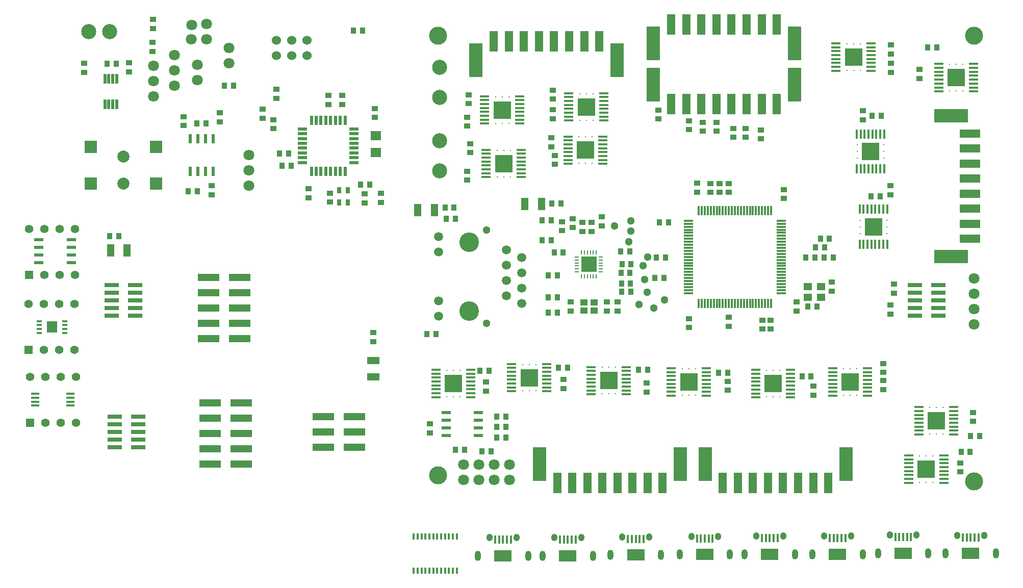
<source format=gts>
G04 #@! TF.GenerationSoftware,KiCad,Pcbnew,5.1.5-52549c5~86~ubuntu18.04.1*
G04 #@! TF.CreationDate,2020-12-07T22:29:05-08:00*
G04 #@! TF.ProjectId,multiple_PCBs,6d756c74-6970-46c6-955f-504342732e6b,rev?*
G04 #@! TF.SameCoordinates,Original*
G04 #@! TF.FileFunction,Soldermask,Top*
G04 #@! TF.FilePolarity,Negative*
%FSLAX46Y46*%
G04 Gerber Fmt 4.6, Leading zero omitted, Abs format (unit mm)*
G04 Created by KiCad (PCBNEW 5.1.5-52549c5~86~ubuntu18.04.1) date 2020-12-07 22:29:05*
%MOMM*%
%LPD*%
G04 APERTURE LIST*
%ADD10R,1.397000X1.397000*%
%ADD11C,1.397000*%
%ADD12R,1.550000X0.600000*%
%ADD13R,1.450000X0.450000*%
%ADD14R,1.680000X1.880000*%
%ADD15R,0.890000X0.420000*%
%ADD16R,2.400000X0.760000*%
%ADD17R,3.560000X1.270000*%
%ADD18R,1.250000X2.000000*%
%ADD19R,2.000000X1.250000*%
%ADD20R,0.899160X1.000760*%
%ADD21R,1.000760X0.899160*%
%ADD22C,1.800000*%
%ADD23C,0.050000*%
%ADD24R,1.000000X0.900000*%
%ADD25R,0.900000X1.000000*%
%ADD26C,2.500000*%
%ADD27R,0.600000X1.550000*%
%ADD28R,1.800860X1.597660*%
%ADD29C,1.998980*%
%ADD30R,1.998980X1.998980*%
%ADD31C,1.524000*%
%ADD32R,0.550000X1.600000*%
%ADD33R,1.600000X0.550000*%
%ADD34R,0.800000X1.000000*%
%ADD35C,0.300000*%
%ADD36R,1.500000X0.450000*%
%ADD37R,3.000000X3.000000*%
%ADD38R,0.450000X1.500000*%
%ADD39C,1.300000*%
%ADD40C,3.000000*%
%ADD41R,2.499360X2.499360*%
%ADD42O,0.800100X0.248920*%
%ADD43O,0.248920X0.800100*%
%ADD44C,1.500000*%
%ADD45C,3.250000*%
%ADD46R,1.400000X1.200000*%
%ADD47R,1.200000X1.100000*%
%ADD48R,1.500000X0.300000*%
%ADD49R,0.300000X1.500000*%
%ADD50R,1.400000X3.400000*%
%ADD51R,2.300000X5.600000*%
%ADD52R,3.400000X1.400000*%
%ADD53R,5.600000X2.300000*%
%ADD54O,1.000000X1.700000*%
%ADD55O,1.050000X1.250000*%
%ADD56R,0.400000X1.350000*%
%ADD57R,2.900000X1.900000*%
%ADD58R,0.400000X1.100000*%
G04 APERTURE END LIST*
D10*
X140090000Y-103710000D03*
D11*
X142630000Y-103710000D03*
X145170000Y-103710000D03*
X147710000Y-103710000D03*
X147710000Y-96090000D03*
X145170000Y-96090000D03*
X142630000Y-96090000D03*
X140090000Y-96090000D03*
D10*
X140208000Y-128270000D03*
D11*
X142748000Y-128270000D03*
X145288000Y-128270000D03*
X147828000Y-128270000D03*
X147828000Y-120650000D03*
X145288000Y-120650000D03*
X142748000Y-120650000D03*
X140208000Y-120650000D03*
D10*
X139990000Y-116210000D03*
D11*
X142530000Y-116210000D03*
X145070000Y-116210000D03*
X147610000Y-116210000D03*
X147610000Y-108590000D03*
X145070000Y-108590000D03*
X142530000Y-108590000D03*
X139990000Y-108590000D03*
D12*
X141700000Y-97895000D03*
X141700000Y-99165000D03*
X141700000Y-100435000D03*
X141700000Y-101705000D03*
X147100000Y-101705000D03*
X147100000Y-100435000D03*
X147100000Y-99165000D03*
X147100000Y-97895000D03*
D13*
X146968000Y-123485000D03*
X146968000Y-124135000D03*
X146968000Y-124785000D03*
X146968000Y-125435000D03*
X141068000Y-125435000D03*
X141068000Y-124785000D03*
X141068000Y-124135000D03*
X141068000Y-123485000D03*
D14*
X143900000Y-112400000D03*
D15*
X146005000Y-111425000D03*
X146005000Y-112075000D03*
X146005000Y-112725000D03*
X146005000Y-113375000D03*
X141795000Y-113375000D03*
X141795000Y-112725000D03*
X141795000Y-112075000D03*
X141795000Y-111425000D03*
D16*
X157652000Y-109220000D03*
X157652000Y-110490000D03*
X153752000Y-110490000D03*
X153752000Y-109220000D03*
X153752000Y-105410000D03*
X153752000Y-106680000D03*
X153752000Y-107950000D03*
X157652000Y-107950000D03*
X157652000Y-106680000D03*
X157652000Y-105410000D03*
X158160000Y-127254000D03*
X158160000Y-128524000D03*
X158160000Y-129794000D03*
X154260000Y-129794000D03*
X154260000Y-128524000D03*
X154260000Y-127254000D03*
X154260000Y-131064000D03*
X154260000Y-132334000D03*
X158160000Y-132334000D03*
X158160000Y-131064000D03*
D17*
X175325000Y-124968000D03*
X175325000Y-127508000D03*
X175325000Y-130048000D03*
X170115000Y-130048000D03*
X170115000Y-127508000D03*
X170115000Y-124968000D03*
X170115000Y-132608000D03*
X170115000Y-135148000D03*
X175325000Y-135148000D03*
X175325000Y-132608000D03*
X175071000Y-111780000D03*
X175071000Y-114320000D03*
X169861000Y-114320000D03*
X169861000Y-111780000D03*
X169861000Y-104140000D03*
X169861000Y-106680000D03*
X169861000Y-109220000D03*
X175071000Y-109220000D03*
X175071000Y-106680000D03*
X175071000Y-104140000D03*
X194121000Y-132354000D03*
X188911000Y-132354000D03*
X188911000Y-127254000D03*
X188911000Y-129794000D03*
X194121000Y-129794000D03*
X194121000Y-127254000D03*
D18*
X153581000Y-99648000D03*
X156331000Y-99648000D03*
D19*
X197196000Y-117963000D03*
X197196000Y-120713000D03*
D20*
X153444160Y-97338000D03*
X154947840Y-97338000D03*
D21*
X197196000Y-114841680D03*
X197196000Y-113338000D03*
D22*
X167113000Y-62229000D03*
X166970000Y-64626000D03*
X169510000Y-64626000D03*
X169510000Y-62086000D03*
D23*
G36*
X152802252Y-74596602D02*
G01*
X152814386Y-74598402D01*
X152826286Y-74601382D01*
X152837835Y-74605515D01*
X152848925Y-74610760D01*
X152859446Y-74617066D01*
X152869299Y-74624374D01*
X152878388Y-74632612D01*
X152886626Y-74641701D01*
X152893934Y-74651554D01*
X152900240Y-74662075D01*
X152905485Y-74673165D01*
X152909618Y-74684714D01*
X152912598Y-74696614D01*
X152914398Y-74708748D01*
X152915000Y-74721000D01*
X152915000Y-76096000D01*
X152914398Y-76108252D01*
X152912598Y-76120386D01*
X152909618Y-76132286D01*
X152905485Y-76143835D01*
X152900240Y-76154925D01*
X152893934Y-76165446D01*
X152886626Y-76175299D01*
X152878388Y-76184388D01*
X152869299Y-76192626D01*
X152859446Y-76199934D01*
X152848925Y-76206240D01*
X152837835Y-76211485D01*
X152826286Y-76215618D01*
X152814386Y-76218598D01*
X152802252Y-76220398D01*
X152790000Y-76221000D01*
X152540000Y-76221000D01*
X152527748Y-76220398D01*
X152515614Y-76218598D01*
X152503714Y-76215618D01*
X152492165Y-76211485D01*
X152481075Y-76206240D01*
X152470554Y-76199934D01*
X152460701Y-76192626D01*
X152451612Y-76184388D01*
X152443374Y-76175299D01*
X152436066Y-76165446D01*
X152429760Y-76154925D01*
X152424515Y-76143835D01*
X152420382Y-76132286D01*
X152417402Y-76120386D01*
X152415602Y-76108252D01*
X152415000Y-76096000D01*
X152415000Y-74721000D01*
X152415602Y-74708748D01*
X152417402Y-74696614D01*
X152420382Y-74684714D01*
X152424515Y-74673165D01*
X152429760Y-74662075D01*
X152436066Y-74651554D01*
X152443374Y-74641701D01*
X152451612Y-74632612D01*
X152460701Y-74624374D01*
X152470554Y-74617066D01*
X152481075Y-74610760D01*
X152492165Y-74605515D01*
X152503714Y-74601382D01*
X152515614Y-74598402D01*
X152527748Y-74596602D01*
X152540000Y-74596000D01*
X152790000Y-74596000D01*
X152802252Y-74596602D01*
G37*
G36*
X153452252Y-74596602D02*
G01*
X153464386Y-74598402D01*
X153476286Y-74601382D01*
X153487835Y-74605515D01*
X153498925Y-74610760D01*
X153509446Y-74617066D01*
X153519299Y-74624374D01*
X153528388Y-74632612D01*
X153536626Y-74641701D01*
X153543934Y-74651554D01*
X153550240Y-74662075D01*
X153555485Y-74673165D01*
X153559618Y-74684714D01*
X153562598Y-74696614D01*
X153564398Y-74708748D01*
X153565000Y-74721000D01*
X153565000Y-76096000D01*
X153564398Y-76108252D01*
X153562598Y-76120386D01*
X153559618Y-76132286D01*
X153555485Y-76143835D01*
X153550240Y-76154925D01*
X153543934Y-76165446D01*
X153536626Y-76175299D01*
X153528388Y-76184388D01*
X153519299Y-76192626D01*
X153509446Y-76199934D01*
X153498925Y-76206240D01*
X153487835Y-76211485D01*
X153476286Y-76215618D01*
X153464386Y-76218598D01*
X153452252Y-76220398D01*
X153440000Y-76221000D01*
X153190000Y-76221000D01*
X153177748Y-76220398D01*
X153165614Y-76218598D01*
X153153714Y-76215618D01*
X153142165Y-76211485D01*
X153131075Y-76206240D01*
X153120554Y-76199934D01*
X153110701Y-76192626D01*
X153101612Y-76184388D01*
X153093374Y-76175299D01*
X153086066Y-76165446D01*
X153079760Y-76154925D01*
X153074515Y-76143835D01*
X153070382Y-76132286D01*
X153067402Y-76120386D01*
X153065602Y-76108252D01*
X153065000Y-76096000D01*
X153065000Y-74721000D01*
X153065602Y-74708748D01*
X153067402Y-74696614D01*
X153070382Y-74684714D01*
X153074515Y-74673165D01*
X153079760Y-74662075D01*
X153086066Y-74651554D01*
X153093374Y-74641701D01*
X153101612Y-74632612D01*
X153110701Y-74624374D01*
X153120554Y-74617066D01*
X153131075Y-74610760D01*
X153142165Y-74605515D01*
X153153714Y-74601382D01*
X153165614Y-74598402D01*
X153177748Y-74596602D01*
X153190000Y-74596000D01*
X153440000Y-74596000D01*
X153452252Y-74596602D01*
G37*
G36*
X154102252Y-74596602D02*
G01*
X154114386Y-74598402D01*
X154126286Y-74601382D01*
X154137835Y-74605515D01*
X154148925Y-74610760D01*
X154159446Y-74617066D01*
X154169299Y-74624374D01*
X154178388Y-74632612D01*
X154186626Y-74641701D01*
X154193934Y-74651554D01*
X154200240Y-74662075D01*
X154205485Y-74673165D01*
X154209618Y-74684714D01*
X154212598Y-74696614D01*
X154214398Y-74708748D01*
X154215000Y-74721000D01*
X154215000Y-76096000D01*
X154214398Y-76108252D01*
X154212598Y-76120386D01*
X154209618Y-76132286D01*
X154205485Y-76143835D01*
X154200240Y-76154925D01*
X154193934Y-76165446D01*
X154186626Y-76175299D01*
X154178388Y-76184388D01*
X154169299Y-76192626D01*
X154159446Y-76199934D01*
X154148925Y-76206240D01*
X154137835Y-76211485D01*
X154126286Y-76215618D01*
X154114386Y-76218598D01*
X154102252Y-76220398D01*
X154090000Y-76221000D01*
X153840000Y-76221000D01*
X153827748Y-76220398D01*
X153815614Y-76218598D01*
X153803714Y-76215618D01*
X153792165Y-76211485D01*
X153781075Y-76206240D01*
X153770554Y-76199934D01*
X153760701Y-76192626D01*
X153751612Y-76184388D01*
X153743374Y-76175299D01*
X153736066Y-76165446D01*
X153729760Y-76154925D01*
X153724515Y-76143835D01*
X153720382Y-76132286D01*
X153717402Y-76120386D01*
X153715602Y-76108252D01*
X153715000Y-76096000D01*
X153715000Y-74721000D01*
X153715602Y-74708748D01*
X153717402Y-74696614D01*
X153720382Y-74684714D01*
X153724515Y-74673165D01*
X153729760Y-74662075D01*
X153736066Y-74651554D01*
X153743374Y-74641701D01*
X153751612Y-74632612D01*
X153760701Y-74624374D01*
X153770554Y-74617066D01*
X153781075Y-74610760D01*
X153792165Y-74605515D01*
X153803714Y-74601382D01*
X153815614Y-74598402D01*
X153827748Y-74596602D01*
X153840000Y-74596000D01*
X154090000Y-74596000D01*
X154102252Y-74596602D01*
G37*
G36*
X154752252Y-74596602D02*
G01*
X154764386Y-74598402D01*
X154776286Y-74601382D01*
X154787835Y-74605515D01*
X154798925Y-74610760D01*
X154809446Y-74617066D01*
X154819299Y-74624374D01*
X154828388Y-74632612D01*
X154836626Y-74641701D01*
X154843934Y-74651554D01*
X154850240Y-74662075D01*
X154855485Y-74673165D01*
X154859618Y-74684714D01*
X154862598Y-74696614D01*
X154864398Y-74708748D01*
X154865000Y-74721000D01*
X154865000Y-76096000D01*
X154864398Y-76108252D01*
X154862598Y-76120386D01*
X154859618Y-76132286D01*
X154855485Y-76143835D01*
X154850240Y-76154925D01*
X154843934Y-76165446D01*
X154836626Y-76175299D01*
X154828388Y-76184388D01*
X154819299Y-76192626D01*
X154809446Y-76199934D01*
X154798925Y-76206240D01*
X154787835Y-76211485D01*
X154776286Y-76215618D01*
X154764386Y-76218598D01*
X154752252Y-76220398D01*
X154740000Y-76221000D01*
X154490000Y-76221000D01*
X154477748Y-76220398D01*
X154465614Y-76218598D01*
X154453714Y-76215618D01*
X154442165Y-76211485D01*
X154431075Y-76206240D01*
X154420554Y-76199934D01*
X154410701Y-76192626D01*
X154401612Y-76184388D01*
X154393374Y-76175299D01*
X154386066Y-76165446D01*
X154379760Y-76154925D01*
X154374515Y-76143835D01*
X154370382Y-76132286D01*
X154367402Y-76120386D01*
X154365602Y-76108252D01*
X154365000Y-76096000D01*
X154365000Y-74721000D01*
X154365602Y-74708748D01*
X154367402Y-74696614D01*
X154370382Y-74684714D01*
X154374515Y-74673165D01*
X154379760Y-74662075D01*
X154386066Y-74651554D01*
X154393374Y-74641701D01*
X154401612Y-74632612D01*
X154410701Y-74624374D01*
X154420554Y-74617066D01*
X154431075Y-74610760D01*
X154442165Y-74605515D01*
X154453714Y-74601382D01*
X154465614Y-74598402D01*
X154477748Y-74596602D01*
X154490000Y-74596000D01*
X154740000Y-74596000D01*
X154752252Y-74596602D01*
G37*
G36*
X154752252Y-70371602D02*
G01*
X154764386Y-70373402D01*
X154776286Y-70376382D01*
X154787835Y-70380515D01*
X154798925Y-70385760D01*
X154809446Y-70392066D01*
X154819299Y-70399374D01*
X154828388Y-70407612D01*
X154836626Y-70416701D01*
X154843934Y-70426554D01*
X154850240Y-70437075D01*
X154855485Y-70448165D01*
X154859618Y-70459714D01*
X154862598Y-70471614D01*
X154864398Y-70483748D01*
X154865000Y-70496000D01*
X154865000Y-71871000D01*
X154864398Y-71883252D01*
X154862598Y-71895386D01*
X154859618Y-71907286D01*
X154855485Y-71918835D01*
X154850240Y-71929925D01*
X154843934Y-71940446D01*
X154836626Y-71950299D01*
X154828388Y-71959388D01*
X154819299Y-71967626D01*
X154809446Y-71974934D01*
X154798925Y-71981240D01*
X154787835Y-71986485D01*
X154776286Y-71990618D01*
X154764386Y-71993598D01*
X154752252Y-71995398D01*
X154740000Y-71996000D01*
X154490000Y-71996000D01*
X154477748Y-71995398D01*
X154465614Y-71993598D01*
X154453714Y-71990618D01*
X154442165Y-71986485D01*
X154431075Y-71981240D01*
X154420554Y-71974934D01*
X154410701Y-71967626D01*
X154401612Y-71959388D01*
X154393374Y-71950299D01*
X154386066Y-71940446D01*
X154379760Y-71929925D01*
X154374515Y-71918835D01*
X154370382Y-71907286D01*
X154367402Y-71895386D01*
X154365602Y-71883252D01*
X154365000Y-71871000D01*
X154365000Y-70496000D01*
X154365602Y-70483748D01*
X154367402Y-70471614D01*
X154370382Y-70459714D01*
X154374515Y-70448165D01*
X154379760Y-70437075D01*
X154386066Y-70426554D01*
X154393374Y-70416701D01*
X154401612Y-70407612D01*
X154410701Y-70399374D01*
X154420554Y-70392066D01*
X154431075Y-70385760D01*
X154442165Y-70380515D01*
X154453714Y-70376382D01*
X154465614Y-70373402D01*
X154477748Y-70371602D01*
X154490000Y-70371000D01*
X154740000Y-70371000D01*
X154752252Y-70371602D01*
G37*
G36*
X154102252Y-70371602D02*
G01*
X154114386Y-70373402D01*
X154126286Y-70376382D01*
X154137835Y-70380515D01*
X154148925Y-70385760D01*
X154159446Y-70392066D01*
X154169299Y-70399374D01*
X154178388Y-70407612D01*
X154186626Y-70416701D01*
X154193934Y-70426554D01*
X154200240Y-70437075D01*
X154205485Y-70448165D01*
X154209618Y-70459714D01*
X154212598Y-70471614D01*
X154214398Y-70483748D01*
X154215000Y-70496000D01*
X154215000Y-71871000D01*
X154214398Y-71883252D01*
X154212598Y-71895386D01*
X154209618Y-71907286D01*
X154205485Y-71918835D01*
X154200240Y-71929925D01*
X154193934Y-71940446D01*
X154186626Y-71950299D01*
X154178388Y-71959388D01*
X154169299Y-71967626D01*
X154159446Y-71974934D01*
X154148925Y-71981240D01*
X154137835Y-71986485D01*
X154126286Y-71990618D01*
X154114386Y-71993598D01*
X154102252Y-71995398D01*
X154090000Y-71996000D01*
X153840000Y-71996000D01*
X153827748Y-71995398D01*
X153815614Y-71993598D01*
X153803714Y-71990618D01*
X153792165Y-71986485D01*
X153781075Y-71981240D01*
X153770554Y-71974934D01*
X153760701Y-71967626D01*
X153751612Y-71959388D01*
X153743374Y-71950299D01*
X153736066Y-71940446D01*
X153729760Y-71929925D01*
X153724515Y-71918835D01*
X153720382Y-71907286D01*
X153717402Y-71895386D01*
X153715602Y-71883252D01*
X153715000Y-71871000D01*
X153715000Y-70496000D01*
X153715602Y-70483748D01*
X153717402Y-70471614D01*
X153720382Y-70459714D01*
X153724515Y-70448165D01*
X153729760Y-70437075D01*
X153736066Y-70426554D01*
X153743374Y-70416701D01*
X153751612Y-70407612D01*
X153760701Y-70399374D01*
X153770554Y-70392066D01*
X153781075Y-70385760D01*
X153792165Y-70380515D01*
X153803714Y-70376382D01*
X153815614Y-70373402D01*
X153827748Y-70371602D01*
X153840000Y-70371000D01*
X154090000Y-70371000D01*
X154102252Y-70371602D01*
G37*
G36*
X153452252Y-70371602D02*
G01*
X153464386Y-70373402D01*
X153476286Y-70376382D01*
X153487835Y-70380515D01*
X153498925Y-70385760D01*
X153509446Y-70392066D01*
X153519299Y-70399374D01*
X153528388Y-70407612D01*
X153536626Y-70416701D01*
X153543934Y-70426554D01*
X153550240Y-70437075D01*
X153555485Y-70448165D01*
X153559618Y-70459714D01*
X153562598Y-70471614D01*
X153564398Y-70483748D01*
X153565000Y-70496000D01*
X153565000Y-71871000D01*
X153564398Y-71883252D01*
X153562598Y-71895386D01*
X153559618Y-71907286D01*
X153555485Y-71918835D01*
X153550240Y-71929925D01*
X153543934Y-71940446D01*
X153536626Y-71950299D01*
X153528388Y-71959388D01*
X153519299Y-71967626D01*
X153509446Y-71974934D01*
X153498925Y-71981240D01*
X153487835Y-71986485D01*
X153476286Y-71990618D01*
X153464386Y-71993598D01*
X153452252Y-71995398D01*
X153440000Y-71996000D01*
X153190000Y-71996000D01*
X153177748Y-71995398D01*
X153165614Y-71993598D01*
X153153714Y-71990618D01*
X153142165Y-71986485D01*
X153131075Y-71981240D01*
X153120554Y-71974934D01*
X153110701Y-71967626D01*
X153101612Y-71959388D01*
X153093374Y-71950299D01*
X153086066Y-71940446D01*
X153079760Y-71929925D01*
X153074515Y-71918835D01*
X153070382Y-71907286D01*
X153067402Y-71895386D01*
X153065602Y-71883252D01*
X153065000Y-71871000D01*
X153065000Y-70496000D01*
X153065602Y-70483748D01*
X153067402Y-70471614D01*
X153070382Y-70459714D01*
X153074515Y-70448165D01*
X153079760Y-70437075D01*
X153086066Y-70426554D01*
X153093374Y-70416701D01*
X153101612Y-70407612D01*
X153110701Y-70399374D01*
X153120554Y-70392066D01*
X153131075Y-70385760D01*
X153142165Y-70380515D01*
X153153714Y-70376382D01*
X153165614Y-70373402D01*
X153177748Y-70371602D01*
X153190000Y-70371000D01*
X153440000Y-70371000D01*
X153452252Y-70371602D01*
G37*
G36*
X152802252Y-70371602D02*
G01*
X152814386Y-70373402D01*
X152826286Y-70376382D01*
X152837835Y-70380515D01*
X152848925Y-70385760D01*
X152859446Y-70392066D01*
X152869299Y-70399374D01*
X152878388Y-70407612D01*
X152886626Y-70416701D01*
X152893934Y-70426554D01*
X152900240Y-70437075D01*
X152905485Y-70448165D01*
X152909618Y-70459714D01*
X152912598Y-70471614D01*
X152914398Y-70483748D01*
X152915000Y-70496000D01*
X152915000Y-71871000D01*
X152914398Y-71883252D01*
X152912598Y-71895386D01*
X152909618Y-71907286D01*
X152905485Y-71918835D01*
X152900240Y-71929925D01*
X152893934Y-71940446D01*
X152886626Y-71950299D01*
X152878388Y-71959388D01*
X152869299Y-71967626D01*
X152859446Y-71974934D01*
X152848925Y-71981240D01*
X152837835Y-71986485D01*
X152826286Y-71990618D01*
X152814386Y-71993598D01*
X152802252Y-71995398D01*
X152790000Y-71996000D01*
X152540000Y-71996000D01*
X152527748Y-71995398D01*
X152515614Y-71993598D01*
X152503714Y-71990618D01*
X152492165Y-71986485D01*
X152481075Y-71981240D01*
X152470554Y-71974934D01*
X152460701Y-71967626D01*
X152451612Y-71959388D01*
X152443374Y-71950299D01*
X152436066Y-71940446D01*
X152429760Y-71929925D01*
X152424515Y-71918835D01*
X152420382Y-71907286D01*
X152417402Y-71895386D01*
X152415602Y-71883252D01*
X152415000Y-71871000D01*
X152415000Y-70496000D01*
X152415602Y-70483748D01*
X152417402Y-70471614D01*
X152420382Y-70459714D01*
X152424515Y-70448165D01*
X152429760Y-70437075D01*
X152436066Y-70426554D01*
X152443374Y-70416701D01*
X152451612Y-70407612D01*
X152460701Y-70399374D01*
X152470554Y-70392066D01*
X152481075Y-70385760D01*
X152492165Y-70380515D01*
X152503714Y-70376382D01*
X152515614Y-70373402D01*
X152527748Y-70371602D01*
X152540000Y-70371000D01*
X152790000Y-70371000D01*
X152802252Y-70371602D01*
G37*
D22*
X167990000Y-68846160D03*
X167990000Y-71386160D03*
X173228000Y-68569840D03*
X173228000Y-66029840D03*
D24*
X165690000Y-78957840D03*
D21*
X165690000Y-77454160D03*
X180594000Y-77978000D03*
D24*
X180594000Y-79481680D03*
D25*
X154531840Y-68686000D03*
D20*
X153028160Y-68686000D03*
D21*
X160680000Y-62806000D03*
D24*
X160680000Y-61302320D03*
X160550000Y-66637840D03*
D21*
X160550000Y-65134160D03*
X156690000Y-68542320D03*
X156690000Y-70046000D03*
X149240000Y-70106000D03*
X149240000Y-68602320D03*
D22*
X160740000Y-69066000D03*
X160740000Y-71606000D03*
X160740000Y-74146000D03*
D26*
X149989940Y-63356000D03*
X153490060Y-63356000D03*
D21*
X170420000Y-88934160D03*
X170420000Y-90437840D03*
D20*
X167991840Y-89856000D03*
X166488160Y-89856000D03*
D21*
X171740000Y-76854160D03*
X171740000Y-78357840D03*
D20*
X167913160Y-78581000D03*
X169416840Y-78581000D03*
X173990000Y-72356000D03*
X172486320Y-72356000D03*
D21*
X178816000Y-76210160D03*
X178816000Y-77713840D03*
D27*
X166835000Y-86556000D03*
X168105000Y-86556000D03*
X169375000Y-86556000D03*
X170645000Y-86556000D03*
X170645000Y-81156000D03*
X169375000Y-81156000D03*
X168105000Y-81156000D03*
X166835000Y-81156000D03*
D22*
X164190000Y-67216000D03*
X164190000Y-69756000D03*
X164190000Y-72296000D03*
D21*
X186436000Y-89418160D03*
D24*
X186436000Y-90921840D03*
X189992000Y-90170000D03*
D21*
X189992000Y-91673680D03*
X192024000Y-73924160D03*
D24*
X192024000Y-75427840D03*
X189738000Y-75427840D03*
D21*
X189738000Y-73924160D03*
D24*
X198490000Y-91707840D03*
D21*
X198490000Y-90204160D03*
D20*
X195138160Y-88756000D03*
D25*
X196641840Y-88756000D03*
D28*
X197612000Y-83461860D03*
X197612000Y-80622140D03*
D29*
X155702000Y-84089240D03*
D30*
X150291800Y-88590120D03*
X150291800Y-82489040D03*
X161117280Y-88590120D03*
X161117280Y-82489040D03*
D29*
X155702000Y-88590120D03*
D31*
X186230000Y-64786000D03*
X183690000Y-64786000D03*
X181150000Y-64786000D03*
X181150000Y-67326000D03*
X183690000Y-67326000D03*
X186230000Y-67326000D03*
D22*
X176530000Y-88900000D03*
X176530000Y-86360000D03*
X176530000Y-83820000D03*
D20*
X193938160Y-63156000D03*
X195441840Y-63156000D03*
D21*
X195790000Y-91807840D03*
X195790000Y-90304160D03*
D20*
X183143680Y-83631000D03*
X181640000Y-83631000D03*
X182088160Y-85581000D03*
X183591840Y-85581000D03*
D21*
X197490000Y-77607840D03*
X197490000Y-76104160D03*
D32*
X186938000Y-86546000D03*
X187738000Y-86546000D03*
X188538000Y-86546000D03*
X189338000Y-86546000D03*
X190138000Y-86546000D03*
X190938000Y-86546000D03*
X191738000Y-86546000D03*
X192538000Y-86546000D03*
D33*
X193988000Y-85096000D03*
X193988000Y-84296000D03*
X193988000Y-83496000D03*
X193988000Y-82696000D03*
X193988000Y-81896000D03*
X193988000Y-81096000D03*
X193988000Y-80296000D03*
X193988000Y-79496000D03*
D32*
X192538000Y-78046000D03*
X191738000Y-78046000D03*
X190938000Y-78046000D03*
X190138000Y-78046000D03*
X189338000Y-78046000D03*
X188538000Y-78046000D03*
X187738000Y-78046000D03*
X186938000Y-78046000D03*
D33*
X185488000Y-79496000D03*
X185488000Y-80296000D03*
X185488000Y-81096000D03*
X185488000Y-81896000D03*
X185488000Y-82696000D03*
X185488000Y-83496000D03*
X185488000Y-84296000D03*
X185488000Y-85096000D03*
D34*
X191528000Y-89678000D03*
X191528000Y-91678000D03*
X193028000Y-89678000D03*
X193028000Y-91678000D03*
D21*
X181102000Y-74411840D03*
D24*
X181102000Y-72908160D03*
D35*
X233686000Y-75850000D03*
X231486000Y-75850000D03*
X232586000Y-75850000D03*
D36*
X235486000Y-77475000D03*
X235486000Y-78125000D03*
X235486000Y-76825000D03*
X235486000Y-76175000D03*
X235486000Y-73575000D03*
X235486000Y-74225000D03*
X235486000Y-75525000D03*
X235486000Y-74875000D03*
X229686000Y-74875000D03*
X229686000Y-75525000D03*
X229686000Y-74225000D03*
X229686000Y-73575000D03*
X229686000Y-76175000D03*
X229686000Y-76825000D03*
X229686000Y-78125000D03*
X229686000Y-77475000D03*
D35*
X232586000Y-76950000D03*
X231486000Y-76950000D03*
X233686000Y-76950000D03*
X233686000Y-74750000D03*
X231486000Y-74750000D03*
X232586000Y-74750000D03*
X232586000Y-73650000D03*
X231486000Y-73650000D03*
X233686000Y-73650000D03*
X233686000Y-78050000D03*
X231486000Y-78050000D03*
X232586000Y-78050000D03*
D37*
X232586000Y-75850000D03*
D35*
X219970000Y-85248000D03*
X217770000Y-85248000D03*
X218870000Y-85248000D03*
D36*
X221770000Y-86873000D03*
X221770000Y-87523000D03*
X221770000Y-86223000D03*
X221770000Y-85573000D03*
X221770000Y-82973000D03*
X221770000Y-83623000D03*
X221770000Y-84923000D03*
X221770000Y-84273000D03*
X215970000Y-84273000D03*
X215970000Y-84923000D03*
X215970000Y-83623000D03*
X215970000Y-82973000D03*
X215970000Y-85573000D03*
X215970000Y-86223000D03*
X215970000Y-87523000D03*
X215970000Y-86873000D03*
D35*
X218870000Y-86348000D03*
X217770000Y-86348000D03*
X219970000Y-86348000D03*
X219970000Y-84148000D03*
X217770000Y-84148000D03*
X218870000Y-84148000D03*
X218870000Y-83048000D03*
X217770000Y-83048000D03*
X219970000Y-83048000D03*
X219970000Y-87448000D03*
X217770000Y-87448000D03*
X218870000Y-87448000D03*
D37*
X218870000Y-85248000D03*
D35*
X233538000Y-83033000D03*
X231338000Y-83033000D03*
X232438000Y-83033000D03*
D36*
X235338000Y-84658000D03*
X235338000Y-85308000D03*
X235338000Y-84008000D03*
X235338000Y-83358000D03*
X235338000Y-80758000D03*
X235338000Y-81408000D03*
X235338000Y-82708000D03*
X235338000Y-82058000D03*
X229538000Y-82058000D03*
X229538000Y-82708000D03*
X229538000Y-81408000D03*
X229538000Y-80758000D03*
X229538000Y-83358000D03*
X229538000Y-84008000D03*
X229538000Y-85308000D03*
X229538000Y-84658000D03*
D35*
X232438000Y-84133000D03*
X231338000Y-84133000D03*
X233538000Y-84133000D03*
X233538000Y-81933000D03*
X231338000Y-81933000D03*
X232438000Y-81933000D03*
X232438000Y-80833000D03*
X231338000Y-80833000D03*
X233538000Y-80833000D03*
X233538000Y-85233000D03*
X231338000Y-85233000D03*
X232438000Y-85233000D03*
D37*
X232438000Y-83033000D03*
D35*
X219716000Y-76358000D03*
X217516000Y-76358000D03*
X218616000Y-76358000D03*
D36*
X221516000Y-77983000D03*
X221516000Y-78633000D03*
X221516000Y-77333000D03*
X221516000Y-76683000D03*
X221516000Y-74083000D03*
X221516000Y-74733000D03*
X221516000Y-76033000D03*
X221516000Y-75383000D03*
X215716000Y-75383000D03*
X215716000Y-76033000D03*
X215716000Y-74733000D03*
X215716000Y-74083000D03*
X215716000Y-76683000D03*
X215716000Y-77333000D03*
X215716000Y-78633000D03*
X215716000Y-77983000D03*
D35*
X218616000Y-77458000D03*
X217516000Y-77458000D03*
X219716000Y-77458000D03*
X219716000Y-75258000D03*
X217516000Y-75258000D03*
X218616000Y-75258000D03*
X218616000Y-74158000D03*
X217516000Y-74158000D03*
X219716000Y-74158000D03*
X219716000Y-78558000D03*
X217516000Y-78558000D03*
X218616000Y-78558000D03*
D37*
X218616000Y-76358000D03*
D35*
X280250000Y-96850000D03*
X280250000Y-94650000D03*
X280250000Y-95750000D03*
D38*
X278625000Y-98650000D03*
X277975000Y-98650000D03*
X279275000Y-98650000D03*
X279925000Y-98650000D03*
X282525000Y-98650000D03*
X281875000Y-98650000D03*
X280575000Y-98650000D03*
X281225000Y-98650000D03*
X281225000Y-92850000D03*
X280575000Y-92850000D03*
X281875000Y-92850000D03*
X282525000Y-92850000D03*
X279925000Y-92850000D03*
X279275000Y-92850000D03*
X277975000Y-92850000D03*
X278625000Y-92850000D03*
D35*
X279150000Y-95750000D03*
X279150000Y-94650000D03*
X279150000Y-96850000D03*
X281350000Y-96850000D03*
X281350000Y-94650000D03*
X281350000Y-95750000D03*
X282450000Y-95750000D03*
X282450000Y-94650000D03*
X282450000Y-96850000D03*
X278050000Y-96850000D03*
X278050000Y-94650000D03*
X278050000Y-95750000D03*
D37*
X280250000Y-95750000D03*
D35*
X279750000Y-84350000D03*
X279750000Y-82150000D03*
X279750000Y-83250000D03*
D38*
X278125000Y-86150000D03*
X277475000Y-86150000D03*
X278775000Y-86150000D03*
X279425000Y-86150000D03*
X282025000Y-86150000D03*
X281375000Y-86150000D03*
X280075000Y-86150000D03*
X280725000Y-86150000D03*
X280725000Y-80350000D03*
X280075000Y-80350000D03*
X281375000Y-80350000D03*
X282025000Y-80350000D03*
X279425000Y-80350000D03*
X278775000Y-80350000D03*
X277475000Y-80350000D03*
X278125000Y-80350000D03*
D35*
X278650000Y-83250000D03*
X278650000Y-82150000D03*
X278650000Y-84350000D03*
X280850000Y-84350000D03*
X280850000Y-82150000D03*
X280850000Y-83250000D03*
X281950000Y-83250000D03*
X281950000Y-82150000D03*
X281950000Y-84350000D03*
X277550000Y-84350000D03*
X277550000Y-82150000D03*
X277550000Y-83250000D03*
D37*
X279750000Y-83250000D03*
D35*
X295100000Y-71000000D03*
X292900000Y-71000000D03*
X294000000Y-71000000D03*
D36*
X296900000Y-72625000D03*
X296900000Y-73275000D03*
X296900000Y-71975000D03*
X296900000Y-71325000D03*
X296900000Y-68725000D03*
X296900000Y-69375000D03*
X296900000Y-70675000D03*
X296900000Y-70025000D03*
X291100000Y-70025000D03*
X291100000Y-70675000D03*
X291100000Y-69375000D03*
X291100000Y-68725000D03*
X291100000Y-71325000D03*
X291100000Y-71975000D03*
X291100000Y-73275000D03*
X291100000Y-72625000D03*
D35*
X294000000Y-72100000D03*
X292900000Y-72100000D03*
X295100000Y-72100000D03*
X295100000Y-69900000D03*
X292900000Y-69900000D03*
X294000000Y-69900000D03*
X294000000Y-68800000D03*
X292900000Y-68800000D03*
X295100000Y-68800000D03*
X295100000Y-73200000D03*
X292900000Y-73200000D03*
X294000000Y-73200000D03*
D37*
X294000000Y-71000000D03*
D35*
X275850000Y-67570000D03*
X278050000Y-67570000D03*
X276950000Y-67570000D03*
D36*
X274050000Y-65945000D03*
X274050000Y-65295000D03*
X274050000Y-66595000D03*
X274050000Y-67245000D03*
X274050000Y-69845000D03*
X274050000Y-69195000D03*
X274050000Y-67895000D03*
X274050000Y-68545000D03*
X279850000Y-68545000D03*
X279850000Y-67895000D03*
X279850000Y-69195000D03*
X279850000Y-69845000D03*
X279850000Y-67245000D03*
X279850000Y-66595000D03*
X279850000Y-65295000D03*
X279850000Y-65945000D03*
D35*
X276950000Y-66470000D03*
X278050000Y-66470000D03*
X275850000Y-66470000D03*
X275850000Y-68670000D03*
X278050000Y-68670000D03*
X276950000Y-68670000D03*
X276950000Y-69770000D03*
X278050000Y-69770000D03*
X275850000Y-69770000D03*
X275850000Y-65370000D03*
X278050000Y-65370000D03*
X276950000Y-65370000D03*
D37*
X276950000Y-67570000D03*
D35*
X262500000Y-121800000D03*
X264700000Y-121800000D03*
X263600000Y-121800000D03*
D36*
X260700000Y-120175000D03*
X260700000Y-119525000D03*
X260700000Y-120825000D03*
X260700000Y-121475000D03*
X260700000Y-124075000D03*
X260700000Y-123425000D03*
X260700000Y-122125000D03*
X260700000Y-122775000D03*
X266500000Y-122775000D03*
X266500000Y-122125000D03*
X266500000Y-123425000D03*
X266500000Y-124075000D03*
X266500000Y-121475000D03*
X266500000Y-120825000D03*
X266500000Y-119525000D03*
X266500000Y-120175000D03*
D35*
X263600000Y-120700000D03*
X264700000Y-120700000D03*
X262500000Y-120700000D03*
X262500000Y-122900000D03*
X264700000Y-122900000D03*
X263600000Y-122900000D03*
X263600000Y-124000000D03*
X264700000Y-124000000D03*
X262500000Y-124000000D03*
X262500000Y-119600000D03*
X264700000Y-119600000D03*
X263600000Y-119600000D03*
D37*
X263600000Y-121800000D03*
D35*
X275300000Y-121500000D03*
X277500000Y-121500000D03*
X276400000Y-121500000D03*
D36*
X273500000Y-119875000D03*
X273500000Y-119225000D03*
X273500000Y-120525000D03*
X273500000Y-121175000D03*
X273500000Y-123775000D03*
X273500000Y-123125000D03*
X273500000Y-121825000D03*
X273500000Y-122475000D03*
X279300000Y-122475000D03*
X279300000Y-121825000D03*
X279300000Y-123125000D03*
X279300000Y-123775000D03*
X279300000Y-121175000D03*
X279300000Y-120525000D03*
X279300000Y-119225000D03*
X279300000Y-119875000D03*
D35*
X276400000Y-120400000D03*
X277500000Y-120400000D03*
X275300000Y-120400000D03*
X275300000Y-122600000D03*
X277500000Y-122600000D03*
X276400000Y-122600000D03*
X276400000Y-123700000D03*
X277500000Y-123700000D03*
X275300000Y-123700000D03*
X275300000Y-119300000D03*
X277500000Y-119300000D03*
X276400000Y-119300000D03*
D37*
X276400000Y-121500000D03*
D35*
X287925000Y-135975000D03*
X290125000Y-135975000D03*
X289025000Y-135975000D03*
D36*
X286125000Y-134350000D03*
X286125000Y-133700000D03*
X286125000Y-135000000D03*
X286125000Y-135650000D03*
X286125000Y-138250000D03*
X286125000Y-137600000D03*
X286125000Y-136300000D03*
X286125000Y-136950000D03*
X291925000Y-136950000D03*
X291925000Y-136300000D03*
X291925000Y-137600000D03*
X291925000Y-138250000D03*
X291925000Y-135650000D03*
X291925000Y-135000000D03*
X291925000Y-133700000D03*
X291925000Y-134350000D03*
D35*
X289025000Y-134875000D03*
X290125000Y-134875000D03*
X287925000Y-134875000D03*
X287925000Y-137075000D03*
X290125000Y-137075000D03*
X289025000Y-137075000D03*
X289025000Y-138175000D03*
X290125000Y-138175000D03*
X287925000Y-138175000D03*
X287925000Y-133775000D03*
X290125000Y-133775000D03*
X289025000Y-133775000D03*
D37*
X289025000Y-135975000D03*
D35*
X289610000Y-127960000D03*
X291810000Y-127960000D03*
X290710000Y-127960000D03*
D36*
X287810000Y-126335000D03*
X287810000Y-125685000D03*
X287810000Y-126985000D03*
X287810000Y-127635000D03*
X287810000Y-130235000D03*
X287810000Y-129585000D03*
X287810000Y-128285000D03*
X287810000Y-128935000D03*
X293610000Y-128935000D03*
X293610000Y-128285000D03*
X293610000Y-129585000D03*
X293610000Y-130235000D03*
X293610000Y-127635000D03*
X293610000Y-126985000D03*
X293610000Y-125685000D03*
X293610000Y-126335000D03*
D35*
X290710000Y-126860000D03*
X291810000Y-126860000D03*
X289610000Y-126860000D03*
X289610000Y-129060000D03*
X291810000Y-129060000D03*
X290710000Y-129060000D03*
X290710000Y-130160000D03*
X291810000Y-130160000D03*
X289610000Y-130160000D03*
X289610000Y-125760000D03*
X291810000Y-125760000D03*
X290710000Y-125760000D03*
D37*
X290710000Y-127960000D03*
D35*
X222000000Y-120800000D03*
X224200000Y-120800000D03*
X223100000Y-120800000D03*
D36*
X220200000Y-119175000D03*
X220200000Y-118525000D03*
X220200000Y-119825000D03*
X220200000Y-120475000D03*
X220200000Y-123075000D03*
X220200000Y-122425000D03*
X220200000Y-121125000D03*
X220200000Y-121775000D03*
X226000000Y-121775000D03*
X226000000Y-121125000D03*
X226000000Y-122425000D03*
X226000000Y-123075000D03*
X226000000Y-120475000D03*
X226000000Y-119825000D03*
X226000000Y-118525000D03*
X226000000Y-119175000D03*
D35*
X223100000Y-119700000D03*
X224200000Y-119700000D03*
X222000000Y-119700000D03*
X222000000Y-121900000D03*
X224200000Y-121900000D03*
X223100000Y-121900000D03*
X223100000Y-123000000D03*
X224200000Y-123000000D03*
X222000000Y-123000000D03*
X222000000Y-118600000D03*
X224200000Y-118600000D03*
X223100000Y-118600000D03*
D37*
X223100000Y-120800000D03*
D35*
X235200000Y-121300000D03*
X237400000Y-121300000D03*
X236300000Y-121300000D03*
D36*
X233400000Y-119675000D03*
X233400000Y-119025000D03*
X233400000Y-120325000D03*
X233400000Y-120975000D03*
X233400000Y-123575000D03*
X233400000Y-122925000D03*
X233400000Y-121625000D03*
X233400000Y-122275000D03*
X239200000Y-122275000D03*
X239200000Y-121625000D03*
X239200000Y-122925000D03*
X239200000Y-123575000D03*
X239200000Y-120975000D03*
X239200000Y-120325000D03*
X239200000Y-119025000D03*
X239200000Y-119675000D03*
D35*
X236300000Y-120200000D03*
X237400000Y-120200000D03*
X235200000Y-120200000D03*
X235200000Y-122400000D03*
X237400000Y-122400000D03*
X236300000Y-122400000D03*
X236300000Y-123500000D03*
X237400000Y-123500000D03*
X235200000Y-123500000D03*
X235200000Y-119100000D03*
X237400000Y-119100000D03*
X236300000Y-119100000D03*
D37*
X236300000Y-121300000D03*
D35*
X248500000Y-121500000D03*
X250700000Y-121500000D03*
X249600000Y-121500000D03*
D36*
X246700000Y-119875000D03*
X246700000Y-119225000D03*
X246700000Y-120525000D03*
X246700000Y-121175000D03*
X246700000Y-123775000D03*
X246700000Y-123125000D03*
X246700000Y-121825000D03*
X246700000Y-122475000D03*
X252500000Y-122475000D03*
X252500000Y-121825000D03*
X252500000Y-123125000D03*
X252500000Y-123775000D03*
X252500000Y-121175000D03*
X252500000Y-120525000D03*
X252500000Y-119225000D03*
X252500000Y-119875000D03*
D35*
X249600000Y-120400000D03*
X250700000Y-120400000D03*
X248500000Y-120400000D03*
X248500000Y-122600000D03*
X250700000Y-122600000D03*
X249600000Y-122600000D03*
X249600000Y-123700000D03*
X250700000Y-123700000D03*
X248500000Y-123700000D03*
X248500000Y-119300000D03*
X250700000Y-119300000D03*
X249600000Y-119300000D03*
D37*
X249600000Y-121500000D03*
D35*
X209430000Y-121760000D03*
X211630000Y-121760000D03*
X210530000Y-121760000D03*
D36*
X207630000Y-120135000D03*
X207630000Y-119485000D03*
X207630000Y-120785000D03*
X207630000Y-121435000D03*
X207630000Y-124035000D03*
X207630000Y-123385000D03*
X207630000Y-122085000D03*
X207630000Y-122735000D03*
X213430000Y-122735000D03*
X213430000Y-122085000D03*
X213430000Y-123385000D03*
X213430000Y-124035000D03*
X213430000Y-121435000D03*
X213430000Y-120785000D03*
X213430000Y-119485000D03*
X213430000Y-120135000D03*
D35*
X210530000Y-120660000D03*
X211630000Y-120660000D03*
X209430000Y-120660000D03*
X209430000Y-122860000D03*
X211630000Y-122860000D03*
X210530000Y-122860000D03*
X210530000Y-123960000D03*
X211630000Y-123960000D03*
X209430000Y-123960000D03*
X209430000Y-119560000D03*
X211630000Y-119560000D03*
X210530000Y-119560000D03*
D37*
X210530000Y-121760000D03*
D39*
X242250000Y-104500000D03*
X242710000Y-106580000D03*
X237250000Y-95600000D03*
X245575000Y-107875000D03*
X239600000Y-98250000D03*
X243750000Y-109250000D03*
X241300000Y-108650000D03*
X242750000Y-100750000D03*
X240000000Y-96500000D03*
X240000000Y-94750000D03*
X242000000Y-102250000D03*
D40*
X208000000Y-137000000D03*
X208000000Y-64000000D03*
X297000000Y-138000000D03*
X297000000Y-64000000D03*
D20*
X272151840Y-99200000D03*
X270648160Y-99200000D03*
D21*
X256208000Y-90063840D03*
X256208000Y-88560160D03*
X228522000Y-96413840D03*
X228522000Y-94910160D03*
X261800000Y-112751840D03*
X261800000Y-111248160D03*
X263200000Y-112751840D03*
X263200000Y-111248160D03*
D20*
X219251840Y-130750000D03*
X217748160Y-130750000D03*
D21*
X283100000Y-110251840D03*
X283100000Y-108748160D03*
D20*
X219251840Y-127250000D03*
X217748160Y-127250000D03*
X219251840Y-129000000D03*
X217748160Y-129000000D03*
X239801840Y-99850000D03*
X238298160Y-99850000D03*
X239951840Y-106570000D03*
X238448160Y-106570000D03*
X240001840Y-102000000D03*
X238498160Y-102000000D03*
D21*
X237750000Y-109751840D03*
X237750000Y-108248160D03*
X231950000Y-96501840D03*
X231950000Y-94998160D03*
D20*
X245501840Y-104250000D03*
X243998160Y-104250000D03*
D21*
X233500000Y-96501840D03*
X233500000Y-94998160D03*
D20*
X206118160Y-113560000D03*
X207621840Y-113560000D03*
X210811840Y-94440000D03*
X209308160Y-94440000D03*
X210641840Y-92550000D03*
X209138160Y-92550000D03*
X216751840Y-133000000D03*
X215248160Y-133000000D03*
X228351840Y-91900000D03*
X226848160Y-91900000D03*
D41*
X233000000Y-102000000D03*
D42*
X231001020Y-100750320D03*
X231001020Y-101250700D03*
X231001020Y-101751080D03*
X231001020Y-102248920D03*
X231001020Y-102749300D03*
X231001020Y-103249680D03*
D43*
X231750320Y-103998980D03*
X232250700Y-103998980D03*
X232751080Y-103998980D03*
X233248920Y-103998980D03*
X233749300Y-103998980D03*
X234249680Y-103998980D03*
D42*
X234998980Y-103249680D03*
X234998980Y-102749300D03*
X234998980Y-102248920D03*
X234998980Y-101751080D03*
X234998980Y-101250700D03*
X234998980Y-100750320D03*
D43*
X234249680Y-100001020D03*
X233749300Y-100001020D03*
X233248920Y-100001020D03*
X232751080Y-100001020D03*
X232250700Y-100001020D03*
X231750320Y-100001020D03*
D44*
X208100000Y-97375000D03*
X208100000Y-99915000D03*
X208100000Y-108085000D03*
X208100000Y-110625000D03*
X219350000Y-99560000D03*
X219350000Y-104630000D03*
X219350000Y-102100000D03*
X219350000Y-107170000D03*
X221890000Y-100820000D03*
X221890000Y-105900000D03*
X221890000Y-103360000D03*
D45*
X213132080Y-109715000D03*
X213132080Y-98285000D03*
D39*
X216050000Y-96255000D03*
X216050000Y-111745000D03*
D44*
X221890000Y-108440000D03*
D46*
X271550000Y-105725000D03*
X269350000Y-105725000D03*
X271550000Y-107425000D03*
X269350000Y-107425000D03*
D47*
X232150000Y-109700000D03*
X233850000Y-109700000D03*
X232150000Y-108300000D03*
X233850000Y-108300000D03*
D20*
X226248160Y-110000000D03*
X227751840Y-110000000D03*
D26*
X208202000Y-81478000D03*
X208202000Y-86478000D03*
D20*
X244248160Y-100900000D03*
D25*
X245751840Y-100900000D03*
D20*
X244748160Y-95000000D03*
D25*
X246251840Y-95000000D03*
D20*
X273551840Y-100900000D03*
D25*
X272048160Y-100900000D03*
D21*
X249650000Y-110998160D03*
D24*
X249650000Y-112501840D03*
D20*
X269048160Y-100900000D03*
D25*
X270551840Y-100900000D03*
D20*
X272951840Y-97700000D03*
D25*
X271448160Y-97700000D03*
D21*
X256250000Y-110748160D03*
D24*
X256250000Y-112251840D03*
D21*
X253160000Y-88560160D03*
D24*
X253160000Y-90063840D03*
D21*
X267500000Y-109751840D03*
D24*
X267500000Y-108248160D03*
D21*
X254684000Y-88560160D03*
D24*
X254684000Y-90063840D03*
D21*
X273350000Y-106426840D03*
D24*
X273350000Y-104923160D03*
D20*
X270901840Y-109025000D03*
D25*
X269398160Y-109025000D03*
D21*
X215900000Y-123001840D03*
D24*
X215900000Y-121498160D03*
D20*
X214948160Y-119650000D03*
D25*
X216451840Y-119650000D03*
D21*
X226998000Y-73066160D03*
D24*
X226998000Y-74569840D03*
D21*
X226740000Y-80958160D03*
D24*
X226740000Y-82461840D03*
D21*
X226998000Y-76348160D03*
D24*
X226998000Y-77851840D03*
D21*
X227350000Y-83898160D03*
D24*
X227350000Y-85401840D03*
D21*
X212820000Y-77548160D03*
D24*
X212820000Y-79051840D03*
D21*
X212774000Y-86528160D03*
D24*
X212774000Y-88031840D03*
D21*
X213028000Y-75331840D03*
D24*
X213028000Y-73828160D03*
D21*
X213282000Y-83459840D03*
D24*
X213282000Y-81956160D03*
D20*
X281371840Y-90720000D03*
D25*
X279868160Y-90720000D03*
D20*
X281551840Y-77300000D03*
D25*
X280048160Y-77300000D03*
D21*
X283100000Y-88948160D03*
D24*
X283100000Y-90451840D03*
D21*
X278500000Y-78001840D03*
D24*
X278500000Y-76498160D03*
D21*
X287900000Y-69638160D03*
D24*
X287900000Y-71141840D03*
D21*
X283150000Y-70111840D03*
D24*
X283150000Y-68608160D03*
D20*
X289248160Y-66000000D03*
D25*
X290751840Y-66000000D03*
D21*
X283130000Y-65558160D03*
D24*
X283130000Y-67061840D03*
D21*
X270300000Y-123701840D03*
D24*
X270300000Y-122198160D03*
D21*
X281900000Y-122751840D03*
D24*
X281900000Y-121248160D03*
D20*
X268398160Y-120550000D03*
D25*
X269901840Y-120550000D03*
D21*
X281900000Y-118448160D03*
D24*
X281900000Y-119951840D03*
D21*
X294660000Y-136461840D03*
D24*
X294660000Y-134958160D03*
D21*
X296830000Y-128071840D03*
D24*
X296830000Y-126568160D03*
D20*
X294818160Y-133160000D03*
D25*
X296321840Y-133160000D03*
D20*
X297851840Y-130510000D03*
D25*
X296348160Y-130510000D03*
D21*
X228800000Y-122601840D03*
D24*
X228800000Y-121098160D03*
D21*
X242600000Y-123201840D03*
D24*
X242600000Y-121698160D03*
D21*
X256050000Y-122901840D03*
D24*
X256050000Y-121398160D03*
D20*
X227998160Y-119150000D03*
D25*
X229501840Y-119150000D03*
D20*
X241248160Y-119450000D03*
D25*
X242751840Y-119450000D03*
D20*
X254548160Y-120000000D03*
D25*
X256051840Y-120000000D03*
D21*
X230300000Y-94402160D03*
D24*
X230300000Y-95905840D03*
D20*
X226733840Y-94646000D03*
D25*
X225230160Y-94646000D03*
D20*
X239921840Y-105160000D03*
D25*
X238418160Y-105160000D03*
D20*
X227248160Y-100000000D03*
D25*
X228751840Y-100000000D03*
D21*
X230000000Y-108248160D03*
D24*
X230000000Y-109751840D03*
D20*
X226751840Y-98000000D03*
D25*
X225248160Y-98000000D03*
D20*
X239851840Y-103425000D03*
D25*
X238348160Y-103425000D03*
D21*
X236000000Y-109751840D03*
D24*
X236000000Y-108248160D03*
D21*
X235190000Y-94088160D03*
D24*
X235190000Y-95591840D03*
D20*
X227751840Y-103800000D03*
D25*
X226248160Y-103800000D03*
D20*
X226248160Y-107500000D03*
D25*
X227751840Y-107500000D03*
D22*
X297000000Y-111950000D03*
X297000000Y-109410000D03*
X297000000Y-104340160D03*
X297000000Y-106880160D03*
X217270000Y-137770000D03*
X219810000Y-137770000D03*
X214730000Y-137770000D03*
X212190000Y-137770000D03*
X212190000Y-135230000D03*
X214730000Y-135230000D03*
X219810000Y-135230000D03*
X217270000Y-135230000D03*
D20*
X212351840Y-132800000D03*
X210848160Y-132800000D03*
D21*
X206650000Y-129951840D03*
X206650000Y-128448160D03*
X265352000Y-89576160D03*
X265352000Y-91079840D03*
X261542000Y-81173840D03*
X261542000Y-79670160D03*
X259002000Y-80919840D03*
X259002000Y-79416160D03*
X256970000Y-80919840D03*
X256970000Y-79416160D03*
X254176000Y-79903840D03*
X254176000Y-78400160D03*
X283670000Y-105248160D03*
X283670000Y-106751840D03*
D48*
X264950000Y-98750000D03*
X264950000Y-98250000D03*
X264950000Y-97750000D03*
X264950000Y-96750000D03*
X264950000Y-97250000D03*
X264950000Y-95250000D03*
X264950000Y-94750000D03*
X264950000Y-95750000D03*
X264950000Y-96250000D03*
D49*
X251750000Y-108450000D03*
X251250000Y-108450000D03*
X254750000Y-108450000D03*
X254250000Y-108450000D03*
X255250000Y-108450000D03*
X253250000Y-108450000D03*
X253750000Y-108450000D03*
X252250000Y-108450000D03*
X252750000Y-108450000D03*
D48*
X249550000Y-103250000D03*
X249550000Y-103750000D03*
X249550000Y-102750000D03*
X249550000Y-104250000D03*
X249550000Y-104750000D03*
X249550000Y-106750000D03*
X249550000Y-106250000D03*
X249550000Y-105750000D03*
X249550000Y-105250000D03*
D49*
X253250000Y-93050000D03*
X254750000Y-93050000D03*
X255250000Y-93050000D03*
X254250000Y-93050000D03*
X253750000Y-93050000D03*
X251750000Y-93050000D03*
X252250000Y-93050000D03*
X252750000Y-93050000D03*
X251250000Y-93050000D03*
D48*
X264950000Y-100750000D03*
X264950000Y-100250000D03*
X264950000Y-99250000D03*
X264950000Y-99750000D03*
D49*
X256250000Y-108450000D03*
X255750000Y-108450000D03*
X257250000Y-108450000D03*
X256750000Y-108450000D03*
D48*
X249550000Y-100750000D03*
X249550000Y-101250000D03*
X249550000Y-101750000D03*
X249550000Y-102250000D03*
D49*
X255750000Y-93050000D03*
X257250000Y-93050000D03*
X256750000Y-93050000D03*
X256250000Y-93050000D03*
D48*
X264950000Y-101750000D03*
X264950000Y-101250000D03*
X264950000Y-102250000D03*
X264950000Y-102750000D03*
D49*
X260250000Y-108450000D03*
X260750000Y-108450000D03*
X261750000Y-108450000D03*
X261250000Y-108450000D03*
X258750000Y-108450000D03*
X259750000Y-108450000D03*
X259250000Y-108450000D03*
X257750000Y-108450000D03*
X258250000Y-108450000D03*
D48*
X249550000Y-100250000D03*
X249550000Y-99750000D03*
D49*
X258250000Y-93050000D03*
X258750000Y-93050000D03*
X259750000Y-93050000D03*
X259250000Y-93050000D03*
X260750000Y-93050000D03*
X261250000Y-93050000D03*
X260250000Y-93050000D03*
X262750000Y-93050000D03*
X263250000Y-93050000D03*
X262250000Y-93050000D03*
X261750000Y-93050000D03*
D48*
X264950000Y-103250000D03*
X264950000Y-103750000D03*
X264950000Y-104750000D03*
X264950000Y-104250000D03*
X264950000Y-105750000D03*
X264950000Y-106250000D03*
X264950000Y-105250000D03*
D49*
X262750000Y-108450000D03*
X262250000Y-108450000D03*
X263250000Y-108450000D03*
D48*
X264950000Y-106750000D03*
X249550000Y-97750000D03*
X249550000Y-98250000D03*
X249550000Y-99250000D03*
X249550000Y-98750000D03*
X249550000Y-96250000D03*
X249550000Y-97250000D03*
X249550000Y-96750000D03*
X249550000Y-95250000D03*
X249550000Y-95750000D03*
X249550000Y-94750000D03*
D49*
X257750000Y-93050000D03*
D12*
X214700000Y-130405000D03*
X214700000Y-129135000D03*
X214700000Y-127865000D03*
X214700000Y-126595000D03*
X209300000Y-126595000D03*
X209300000Y-127865000D03*
X209300000Y-129135000D03*
X209300000Y-130405000D03*
D21*
X251000000Y-88498160D03*
D24*
X251000000Y-90001840D03*
D18*
X204625000Y-93000000D03*
X207375000Y-93000000D03*
X222375000Y-91950000D03*
X225125000Y-91950000D03*
D50*
X234732000Y-64922000D03*
X232232000Y-64922000D03*
X229732000Y-64922000D03*
X217232000Y-64922000D03*
X222232000Y-64922000D03*
X219732000Y-64922000D03*
D51*
X237682000Y-68072000D03*
D50*
X224732000Y-64922000D03*
X227232000Y-64922000D03*
D51*
X214282000Y-68072000D03*
D50*
X227750000Y-138300000D03*
X230250000Y-138300000D03*
X232750000Y-138300000D03*
X245250000Y-138300000D03*
X240250000Y-138300000D03*
X242750000Y-138300000D03*
D51*
X224800000Y-135150000D03*
D50*
X237750000Y-138300000D03*
X235250000Y-138300000D03*
D51*
X248200000Y-135150000D03*
D52*
X296300000Y-97750000D03*
X296300000Y-95250000D03*
X296300000Y-92750000D03*
X296300000Y-80250000D03*
X296300000Y-85250000D03*
X296300000Y-82750000D03*
D53*
X293150000Y-100700000D03*
D52*
X296300000Y-87750000D03*
X296300000Y-90250000D03*
D53*
X293150000Y-77300000D03*
D50*
X255250000Y-138300000D03*
X257750000Y-138300000D03*
X260250000Y-138300000D03*
X272750000Y-138300000D03*
X267750000Y-138300000D03*
X270250000Y-138300000D03*
D51*
X252300000Y-135150000D03*
D50*
X265250000Y-138300000D03*
X262750000Y-138300000D03*
D51*
X275700000Y-135150000D03*
D16*
X287120000Y-106730000D03*
X287120000Y-105460000D03*
X291020000Y-105460000D03*
X291020000Y-106730000D03*
X291020000Y-110540000D03*
X291020000Y-109270000D03*
X291020000Y-108000000D03*
X287120000Y-108000000D03*
X287120000Y-109270000D03*
X287120000Y-110540000D03*
D26*
X208202000Y-74286000D03*
X208202000Y-69286000D03*
D50*
X264196000Y-62128000D03*
X261696000Y-62128000D03*
X259196000Y-62128000D03*
X246696000Y-62128000D03*
X251696000Y-62128000D03*
X249196000Y-62128000D03*
D51*
X267146000Y-65278000D03*
D50*
X254196000Y-62128000D03*
X256696000Y-62128000D03*
D51*
X243746000Y-65278000D03*
D54*
X222925000Y-150350000D03*
X214575000Y-150350000D03*
D55*
X220975000Y-147350000D03*
D56*
X219400000Y-147675000D03*
X220050000Y-147675000D03*
X218100000Y-147675000D03*
X217450000Y-147675000D03*
X218750000Y-147675000D03*
D55*
X216525000Y-147350000D03*
D57*
X218750000Y-150350000D03*
X296400000Y-150000000D03*
D55*
X294175000Y-147000000D03*
D56*
X296400000Y-147325000D03*
X295100000Y-147325000D03*
X295750000Y-147325000D03*
X297700000Y-147325000D03*
X297050000Y-147325000D03*
D55*
X298625000Y-147000000D03*
D54*
X292225000Y-150000000D03*
X300575000Y-150000000D03*
D57*
X229500000Y-150350000D03*
D55*
X227275000Y-147350000D03*
D56*
X229500000Y-147675000D03*
X228200000Y-147675000D03*
X228850000Y-147675000D03*
X230800000Y-147675000D03*
X230150000Y-147675000D03*
D55*
X231725000Y-147350000D03*
D54*
X225325000Y-150350000D03*
X233675000Y-150350000D03*
X289375000Y-149950000D03*
X281025000Y-149950000D03*
D55*
X287425000Y-146950000D03*
D56*
X285850000Y-147275000D03*
X286500000Y-147275000D03*
X284550000Y-147275000D03*
X283900000Y-147275000D03*
X285200000Y-147275000D03*
D55*
X282975000Y-146950000D03*
D57*
X285200000Y-149950000D03*
D54*
X244975000Y-150250000D03*
X236625000Y-150250000D03*
D55*
X243025000Y-147250000D03*
D56*
X241450000Y-147575000D03*
X242100000Y-147575000D03*
X240150000Y-147575000D03*
X239500000Y-147575000D03*
X240800000Y-147575000D03*
D55*
X238575000Y-147250000D03*
D57*
X240800000Y-150250000D03*
D54*
X278475000Y-150100000D03*
X270125000Y-150100000D03*
D55*
X276525000Y-147100000D03*
D56*
X274950000Y-147425000D03*
X275600000Y-147425000D03*
X273650000Y-147425000D03*
X273000000Y-147425000D03*
X274300000Y-147425000D03*
D55*
X272075000Y-147100000D03*
D57*
X274300000Y-150100000D03*
X252250000Y-150150000D03*
D55*
X250025000Y-147150000D03*
D56*
X252250000Y-147475000D03*
X250950000Y-147475000D03*
X251600000Y-147475000D03*
X253550000Y-147475000D03*
X252900000Y-147475000D03*
D55*
X254475000Y-147150000D03*
D54*
X248075000Y-150150000D03*
X256425000Y-150150000D03*
D57*
X263050000Y-150100000D03*
D55*
X260825000Y-147100000D03*
D56*
X263050000Y-147425000D03*
X261750000Y-147425000D03*
X262400000Y-147425000D03*
X264350000Y-147425000D03*
X263700000Y-147425000D03*
D55*
X265275000Y-147100000D03*
D54*
X258875000Y-150100000D03*
X267225000Y-150100000D03*
D51*
X267146000Y-72198000D03*
D50*
X254196000Y-75348000D03*
X256696000Y-75348000D03*
D51*
X243746000Y-72198000D03*
D50*
X261696000Y-75348000D03*
X259196000Y-75348000D03*
X264196000Y-75348000D03*
X251696000Y-75348000D03*
X249196000Y-75348000D03*
X246696000Y-75348000D03*
D21*
X251890000Y-78400160D03*
X251890000Y-79903840D03*
X249604000Y-79649840D03*
X249604000Y-78146160D03*
X244524000Y-77871840D03*
X244524000Y-76368160D03*
D58*
X203925000Y-152850000D03*
X204575000Y-152850000D03*
X205225000Y-152850000D03*
X205875000Y-152850000D03*
X206525000Y-152850000D03*
X207175000Y-152850000D03*
X207825000Y-152850000D03*
X208475000Y-152850000D03*
X209125000Y-152850000D03*
X209775000Y-152850000D03*
X210425000Y-152850000D03*
X211075000Y-152850000D03*
X211075000Y-147150000D03*
X210425000Y-147150000D03*
X209775000Y-147150000D03*
X209125000Y-147150000D03*
X208475000Y-147150000D03*
X207825000Y-147150000D03*
X207175000Y-147150000D03*
X206525000Y-147150000D03*
X205875000Y-147150000D03*
X205225000Y-147150000D03*
X204575000Y-147150000D03*
X203925000Y-147150000D03*
M02*

</source>
